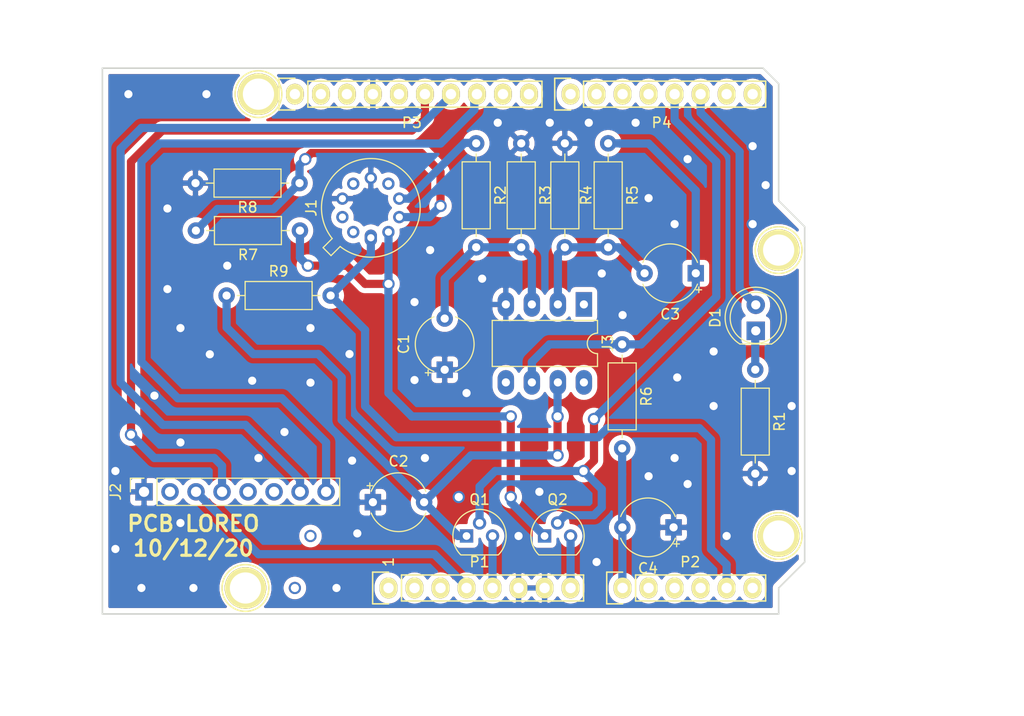
<source format=kicad_pcb>
(kicad_pcb (version 20171130) (host pcbnew "(5.1.4)-1")
  (title_block (date "lun. 30 mars 2015"))
  (layers (0 F.Cu signal) (31 B.Cu signal) (35 F.Paste user) (37 F.SilkS user) (39 F.Mask user) (44 Edge.Cuts user))
  (net 0 "")
  (net 1 /IOREF)
  (net 2 /Reset)
  (net 3 +5V)
  (net 4 GND)
  (net 5 /A0)
  (net 6 /A1)
  (net 7 /A2)
  (net 8 /A3)
  (net 9 /AREF)
  (net 10 "/A4(SDA)")
  (net 11 "/A5(SCL)")
  (net 12 "/9(**)")
  (net 13 /8)
  (net 14 /7)
  (net 15 "/6(**)")
  (net 16 "/5(**)")
  (net 17 /4)
  (net 18 "/1(Tx)")
  (net 19 "/0(Rx)")
  (net 20 "Net-(P5-Pad1)")
  (net 21 "Net-(P6-Pad1)")
  (net 22 "Net-(P7-Pad1)")
  (net 23 "Net-(P8-Pad1)")
  (net 24 "/13(SCK)")
  (net 25 "Net-(P1-Pad1)")
  (net 26 +3V3)
  (net 27 "Net-(C1-Pad2)")
  (net 28 "/+5V(on-off)")
  (net 29 "Net-(C3-Pad2)")
  (net 30 "Net-(C3-Pad1)")
  (net 31 "Net-(D1-Pad1)")
  (net 32 "/Vin=20V(on-off)")
  (net 33 "Net-(J1-Pad3)")
  (net 34 "Net-(J1-Pad4)")
  (net 35 "Net-(J1-Pad5)")
  (net 36 "Net-(J1-Pad7)")
  (net 37 "Net-(J1-Pad9)")
  (net 38 "Net-(J1-Pad10)")
  (net 39 "Net-(J2-Pad2)")
  (net 40 "Net-(J2-Pad5)")
  (net 41 "Net-(J2-Pad6)")
  (net 42 "Net-(J3-Pad1)")
  (net 43 "Net-(J3-Pad5)")
  (net 44 "Net-(J3-Pad8)")
  (net 45 /Vin=20V)
  (net 46 "Net-(P3-Pad1)")
  (net 47 "Net-(P3-Pad2)")
  (net 48 /Pin_LED_ON)
  (net 49 "/RST(LoRa)")
  (net 50 "/Rx(LoRa)")
  (net 51 "/Tx(LoRa)")
  (net 52 /Pin_Sensor_ON)
  (module Socket_Arduino_Uno:Socket_Strip_Arduino_1x08 (layer F.Cu) (at 138.938 123.825)
    (fp_text reference P1 (at 8.89 -2.54) (layer F.SilkS))
    (fp_text value Power)
    (fp_line (start 1.27 1.27) (end 19.05 1.27) (layer F.SilkS) (width 0.15))
    (fp_line (start 19.05 1.27) (end 19.05 -1.27) (layer F.SilkS) (width 0.15))
    (fp_line (start 19.05 -1.27) (end 1.27 -1.27) (layer F.SilkS) (width 0.15))
    (fp_line (start -1.55 1.55) (end 0 1.55) (layer F.SilkS) (width 0.15))
    (fp_line (start 1.27 1.27) (end 1.27 -1.27) (layer F.SilkS) (width 0.15))
    (fp_line (start 0 -1.55) (end -1.55 -1.55) (layer F.SilkS) (width 0.15))
    (fp_line (start -1.55 -1.55) (end -1.55 1.55) (layer F.SilkS) (width 0.15))
    (pad 1 thru_hole oval (at 0 0) (size 1.7272 2.032) (drill 1.016) (layers *.Cu *.Mask F.SilkS) (net 25 "Net-(P1-Pad1)"))
    (pad 2 thru_hole oval (at 2.54 0) (size 1.7272 2.032) (drill 1.016) (layers *.Cu *.Mask F.SilkS) (net 1 /IOREF))
    (pad 3 thru_hole oval (at 5.08 0) (size 1.7272 2.032) (drill 1.016) (layers *.Cu *.Mask F.SilkS) (net 2 /Reset))
    (pad 4 thru_hole oval (at 7.62 0) (size 1.7272 2.032) (drill 1.016) (layers *.Cu *.Mask F.SilkS) (net 26 +3V3))
    (pad 5 thru_hole oval (at 10.16 0) (size 1.7272 2.032) (drill 1.016) (layers *.Cu *.Mask F.SilkS) (net 3 +5V))
    (pad 6 thru_hole oval (at 12.7 0) (size 1.7272 2.032) (drill 1.016) (layers *.Cu *.Mask F.SilkS) (net 4 GND))
    (pad 7 thru_hole oval (at 15.24 0) (size 1.7272 2.032) (drill 1.016) (layers *.Cu *.Mask F.SilkS) (net 4 GND))
    (pad 8 thru_hole oval (at 17.78 0) (size 1.7272 2.032) (drill 1.016) (layers *.Cu *.Mask F.SilkS) (net 45 /Vin=20V))
  )
  (module Socket_Arduino_Uno:Socket_Strip_Arduino_1x06 (layer F.Cu) (at 161.798 123.825)
    (fp_text reference P2 (at 6.604 -2.54) (layer F.SilkS))
    (fp_text value Analog)
    (fp_line (start 1.27 1.27) (end 13.97 1.27) (layer F.SilkS) (width 0.15))
    (fp_line (start 13.97 1.27) (end 13.97 -1.27) (layer F.SilkS) (width 0.15))
    (fp_line (start 13.97 -1.27) (end 1.27 -1.27) (layer F.SilkS) (width 0.15))
    (fp_line (start -1.55 1.55) (end 0 1.55) (layer F.SilkS) (width 0.15))
    (fp_line (start 1.27 1.27) (end 1.27 -1.27) (layer F.SilkS) (width 0.15))
    (fp_line (start 0 -1.55) (end -1.55 -1.55) (layer F.SilkS) (width 0.15))
    (fp_line (start -1.55 -1.55) (end -1.55 1.55) (layer F.SilkS) (width 0.15))
    (pad 1 thru_hole oval (at 0 0) (size 1.7272 2.032) (drill 1.016) (layers *.Cu *.Mask F.SilkS) (net 5 /A0))
    (pad 2 thru_hole oval (at 2.54 0) (size 1.7272 2.032) (drill 1.016) (layers *.Cu *.Mask F.SilkS) (net 6 /A1))
    (pad 3 thru_hole oval (at 5.08 0) (size 1.7272 2.032) (drill 1.016) (layers *.Cu *.Mask F.SilkS) (net 7 /A2))
    (pad 4 thru_hole oval (at 7.62 0) (size 1.7272 2.032) (drill 1.016) (layers *.Cu *.Mask F.SilkS) (net 8 /A3))
    (pad 5 thru_hole oval (at 10.16 0) (size 1.7272 2.032) (drill 1.016) (layers *.Cu *.Mask F.SilkS) (net 10 "/A4(SDA)"))
    (pad 6 thru_hole oval (at 12.7 0) (size 1.7272 2.032) (drill 1.016) (layers *.Cu *.Mask F.SilkS) (net 11 "/A5(SCL)"))
  )
  (module Socket_Arduino_Uno:Socket_Strip_Arduino_1x10 (layer F.Cu) (at 129.794 75.565)
    (fp_text reference P3 (at 11.43 2.794) (layer F.SilkS))
    (fp_text value Digital)
    (fp_line (start 1.27 1.27) (end 24.13 1.27) (layer F.SilkS) (width 0.15))
    (fp_line (start 24.13 1.27) (end 24.13 -1.27) (layer F.SilkS) (width 0.15))
    (fp_line (start 24.13 -1.27) (end 1.27 -1.27) (layer F.SilkS) (width 0.15))
    (fp_line (start -1.55 1.55) (end 0 1.55) (layer F.SilkS) (width 0.15))
    (fp_line (start 1.27 1.27) (end 1.27 -1.27) (layer F.SilkS) (width 0.15))
    (fp_line (start 0 -1.55) (end -1.55 -1.55) (layer F.SilkS) (width 0.15))
    (fp_line (start -1.55 -1.55) (end -1.55 1.55) (layer F.SilkS) (width 0.15))
    (pad 1 thru_hole oval (at 0 0) (size 1.7272 2.032) (drill 1.016) (layers *.Cu *.Mask F.SilkS) (net 46 "Net-(P3-Pad1)"))
    (pad 2 thru_hole oval (at 2.54 0) (size 1.7272 2.032) (drill 1.016) (layers *.Cu *.Mask F.SilkS) (net 47 "Net-(P3-Pad2)"))
    (pad 3 thru_hole oval (at 5.08 0) (size 1.7272 2.032) (drill 1.016) (layers *.Cu *.Mask F.SilkS) (net 9 /AREF))
    (pad 4 thru_hole oval (at 7.62 0) (size 1.7272 2.032) (drill 1.016) (layers *.Cu *.Mask F.SilkS) (net 4 GND))
    (pad 5 thru_hole oval (at 10.16 0) (size 1.7272 2.032) (drill 1.016) (layers *.Cu *.Mask F.SilkS) (net 24 "/13(SCK)"))
    (pad 6 thru_hole oval (at 12.7 0) (size 1.7272 2.032) (drill 1.016) (layers *.Cu *.Mask F.SilkS) (net 49 "/RST(LoRa)"))
    (pad 7 thru_hole oval (at 15.24 0) (size 1.7272 2.032) (drill 1.016) (layers *.Cu *.Mask F.SilkS) (net 50 "/Rx(LoRa)"))
    (pad 8 thru_hole oval (at 17.78 0) (size 1.7272 2.032) (drill 1.016) (layers *.Cu *.Mask F.SilkS) (net 51 "/Tx(LoRa)"))
    (pad 9 thru_hole oval (at 20.32 0) (size 1.7272 2.032) (drill 1.016) (layers *.Cu *.Mask F.SilkS) (net 12 "/9(**)"))
    (pad 10 thru_hole oval (at 22.86 0) (size 1.7272 2.032) (drill 1.016) (layers *.Cu *.Mask F.SilkS) (net 13 /8))
  )
  (module Socket_Arduino_Uno:Socket_Strip_Arduino_1x08 (layer F.Cu) (at 156.718 75.565)
    (fp_text reference P4 (at 8.89 2.794) (layer F.SilkS))
    (fp_text value Digital)
    (fp_line (start 1.27 1.27) (end 19.05 1.27) (layer F.SilkS) (width 0.15))
    (fp_line (start 19.05 1.27) (end 19.05 -1.27) (layer F.SilkS) (width 0.15))
    (fp_line (start 19.05 -1.27) (end 1.27 -1.27) (layer F.SilkS) (width 0.15))
    (fp_line (start -1.55 1.55) (end 0 1.55) (layer F.SilkS) (width 0.15))
    (fp_line (start 1.27 1.27) (end 1.27 -1.27) (layer F.SilkS) (width 0.15))
    (fp_line (start 0 -1.55) (end -1.55 -1.55) (layer F.SilkS) (width 0.15))
    (fp_line (start -1.55 -1.55) (end -1.55 1.55) (layer F.SilkS) (width 0.15))
    (pad 1 thru_hole oval (at 0 0) (size 1.7272 2.032) (drill 1.016) (layers *.Cu *.Mask F.SilkS) (net 14 /7))
    (pad 2 thru_hole oval (at 2.54 0) (size 1.7272 2.032) (drill 1.016) (layers *.Cu *.Mask F.SilkS) (net 15 "/6(**)"))
    (pad 3 thru_hole oval (at 5.08 0) (size 1.7272 2.032) (drill 1.016) (layers *.Cu *.Mask F.SilkS) (net 16 "/5(**)"))
    (pad 4 thru_hole oval (at 7.62 0) (size 1.7272 2.032) (drill 1.016) (layers *.Cu *.Mask F.SilkS) (net 17 /4))
    (pad 5 thru_hole oval (at 10.16 0) (size 1.7272 2.032) (drill 1.016) (layers *.Cu *.Mask F.SilkS) (net 52 /Pin_Sensor_ON))
    (pad 6 thru_hole oval (at 12.7 0) (size 1.7272 2.032) (drill 1.016) (layers *.Cu *.Mask F.SilkS) (net 48 /Pin_LED_ON))
    (pad 7 thru_hole oval (at 15.24 0) (size 1.7272 2.032) (drill 1.016) (layers *.Cu *.Mask F.SilkS) (net 18 "/1(Tx)"))
    (pad 8 thru_hole oval (at 17.78 0) (size 1.7272 2.032) (drill 1.016) (layers *.Cu *.Mask F.SilkS) (net 19 "/0(Rx)"))
  )
  (module Socket_Arduino_Uno:Arduino_1pin (layer F.Cu) (at 124.968 123.825)
    (fp_text reference P5 hide)
    (fp_text value CONN_01X01 hide)
    (fp_circle (center 0 0) (end 0 -2.286) (layer F.SilkS) (width 0.15))
    (pad 1 thru_hole circle (at 0 0) (size 4.064 4.064) (drill 3.048) (layers *.Cu *.Mask F.SilkS) (net 20 "Net-(P5-Pad1)"))
  )
  (module Socket_Arduino_Uno:Arduino_1pin (layer F.Cu) (at 177.038 118.745)
    (fp_text reference P6 hide)
    (fp_text value CONN_01X01 hide)
    (fp_circle (center 0 0) (end 0 -2.286) (layer F.SilkS) (width 0.15))
    (pad 1 thru_hole circle (at 0 0) (size 4.064 4.064) (drill 3.048) (layers *.Cu *.Mask F.SilkS) (net 21 "Net-(P6-Pad1)"))
  )
  (module Socket_Arduino_Uno:Arduino_1pin (layer F.Cu) (at 126.238 75.565)
    (fp_text reference P7 hide)
    (fp_text value CONN_01X01 hide)
    (fp_circle (center 0 0) (end 0 -2.286) (layer F.SilkS) (width 0.15))
    (pad 1 thru_hole circle (at 0 0) (size 4.064 4.064) (drill 3.048) (layers *.Cu *.Mask F.SilkS) (net 22 "Net-(P7-Pad1)"))
  )
  (module Socket_Arduino_Uno:Arduino_1pin (layer F.Cu) (at 177.038 90.805)
    (fp_text reference P8 hide)
    (fp_text value CONN_01X01 hide)
    (fp_circle (center 0 0) (end 0 -2.286) (layer F.SilkS) (width 0.15))
    (pad 1 thru_hole circle (at 0 0) (size 4.064 4.064) (drill 3.048) (layers *.Cu *.Mask F.SilkS) (net 23 "Net-(P8-Pad1)"))
  )
  (module LED_THT:LED_D5.0mm (layer F.Cu) (at 174.8028 98.69424 90)
    (fp_text reference D1 (at 1.27 -3.96 90) (layer F.SilkS))
    (fp_text value LED)
    (fp_arc (start 1.27 0) (end -1.29 -1.54483) (angle 148.9) (layer F.SilkS) (width 0.12))
    (fp_arc (start 1.27 0) (end -1.29 1.54483) (angle -148.9) (layer F.SilkS) (width 0.12))
    (fp_circle (center 1.27 0) (end 3.77 0) (layer F.SilkS) (width 0.12))
    (fp_line (start -1.29 -1.545) (end -1.29 1.545) (layer F.SilkS) (width 0.12))
    (pad 1 thru_hole rect (at 0 0 90) (size 1.8 1.8) (drill 0.9) (layers *.Cu *.Mask) (net 31 "Net-(D1-Pad1)"))
    (pad 2 thru_hole circle (at 2.54 0 90) (size 1.8 1.8) (drill 0.9) (layers *.Cu *.Mask) (net 48 /Pin_LED_ON))
  )
  (module Gas_sensor_footprint:Package_TO-5-10_Window (layer F.Cu) (at 137.21334 89.5985 90)
    (fp_text reference J1 (at 2.92 -5.82 90) (layer F.SilkS))
    (fp_text value Gas_sensor_AIME)
    (fp_line (start -0.077084 -3.774902) (end -0.968039 -4.665856) (layer F.SilkS) (width 0.12))
    (fp_line (start -0.968039 -4.665856) (end -1.745856 -3.888039) (layer F.SilkS) (width 0.12))
    (fp_line (start -1.745856 -3.888039) (end -0.854902 -2.997084) (layer F.SilkS) (width 0.12))
    (fp_arc (start 2.92 0) (end -0.077084 -3.774902) (angle 346.9) (layer F.SilkS) (width 0.12))
    (pad 1 thru_hole oval (at 0 0 90) (size 1.6 1.2) (drill 0.7) (layers *.Cu *.Mask) (net 10 "/A4(SDA)"))
    (pad 2 thru_hole oval (at 0.55767 1.716333 90) (size 1.2 1.2) (drill 0.7) (layers *.Cu *.Mask) (net 32 "/Vin=20V(on-off)"))
    (pad 3 thru_hole oval (at 2.01767 2.777085 90) (size 1.2 1.2) (drill 0.7) (layers *.Cu *.Mask) (net 33 "Net-(J1-Pad3)"))
    (pad 4 thru_hole oval (at 3.82233 2.777085 90) (size 1.2 1.2) (drill 0.7) (layers *.Cu *.Mask) (net 34 "Net-(J1-Pad4)"))
    (pad 5 thru_hole oval (at 5.28233 1.716333 90) (size 1.2 1.2) (drill 0.7) (layers *.Cu *.Mask) (net 35 "Net-(J1-Pad5)"))
    (pad 6 thru_hole oval (at 5.84 0 90) (size 1.2 1.2) (drill 0.7) (layers *.Cu *.Mask) (net 4 GND))
    (pad 7 thru_hole oval (at 5.28233 -1.716333 90) (size 1.2 1.2) (drill 0.7) (layers *.Cu *.Mask) (net 36 "Net-(J1-Pad7)"))
    (pad 8 thru_hole oval (at 3.82233 -2.777085 90) (size 1.2 1.2) (drill 0.7) (layers *.Cu *.Mask) (net 4 GND))
    (pad 9 thru_hole oval (at 2.01767 -2.777085 90) (size 1.2 1.2) (drill 0.7) (layers *.Cu *.Mask) (net 37 "Net-(J1-Pad9)"))
    (pad 10 thru_hole oval (at 0.55767 -1.716333 90) (size 1.2 1.2) (drill 0.7) (layers *.Cu *.Mask) (net 38 "Net-(J1-Pad10)"))
  )
  (module Connector_PinSocket_2.54mm:PinSocket_1x08_P2.54mm_Vertical (layer F.Cu) (at 115.062 114.427 90)
    (fp_text reference J2 (at 0 -2.77 90) (layer F.SilkS))
    (fp_text value Conn_01x08)
    (fp_line (start -1.33 1.27) (end 1.33 1.27) (layer F.SilkS) (width 0.12))
    (fp_line (start -1.33 1.27) (end -1.33 19.11) (layer F.SilkS) (width 0.12))
    (fp_line (start -1.33 19.11) (end 1.33 19.11) (layer F.SilkS) (width 0.12))
    (fp_line (start 1.33 1.27) (end 1.33 19.11) (layer F.SilkS) (width 0.12))
    (fp_line (start 1.33 -1.33) (end 1.33 0) (layer F.SilkS) (width 0.12))
    (fp_line (start 0 -1.33) (end 1.33 -1.33) (layer F.SilkS) (width 0.12))
    (pad 1 thru_hole rect (at 0 0 90) (size 1.7 1.7) (drill 1) (layers *.Cu *.Mask) (net 4 GND))
    (pad 2 thru_hole oval (at 0 2.54 90) (size 1.7 1.7) (drill 1) (layers *.Cu *.Mask) (net 39 "Net-(J2-Pad2)"))
    (pad 3 thru_hole oval (at 0 5.08 90) (size 1.7 1.7) (drill 1) (layers *.Cu *.Mask) (net 26 +3V3))
    (pad 4 thru_hole oval (at 0 7.62 90) (size 1.7 1.7) (drill 1) (layers *.Cu *.Mask) (net 49 "/RST(LoRa)"))
    (pad 5 thru_hole oval (at 0 10.16 90) (size 1.7 1.7) (drill 1) (layers *.Cu *.Mask) (net 40 "Net-(J2-Pad5)"))
    (pad 6 thru_hole oval (at 0 12.7 90) (size 1.7 1.7) (drill 1) (layers *.Cu *.Mask) (net 41 "Net-(J2-Pad6)"))
    (pad 7 thru_hole oval (at 0 15.24 90) (size 1.7 1.7) (drill 1) (layers *.Cu *.Mask) (net 50 "/Rx(LoRa)"))
    (pad 8 thru_hole oval (at 0 17.78 90) (size 1.7 1.7) (drill 1) (layers *.Cu *.Mask) (net 51 "/Tx(LoRa)"))
  )
  (module LTC1050:Package_DIP-8_W7.62mm_LongPads (layer F.Cu) (at 158.01848 96.1136 270)
    (fp_text reference J3 (at 3.81 -2.33 90) (layer F.SilkS))
    (fp_text value LTC1050)
    (fp_arc (start 3.81 -1.33) (end 2.81 -1.33) (angle -180) (layer F.SilkS) (width 0.12))
    (fp_line (start 2.81 -1.33) (end 1.56 -1.33) (layer F.SilkS) (width 0.12))
    (fp_line (start 1.56 -1.33) (end 1.56 8.95) (layer F.SilkS) (width 0.12))
    (fp_line (start 1.56 8.95) (end 6.06 8.95) (layer F.SilkS) (width 0.12))
    (fp_line (start 6.06 8.95) (end 6.06 -1.33) (layer F.SilkS) (width 0.12))
    (fp_line (start 6.06 -1.33) (end 4.81 -1.33) (layer F.SilkS) (width 0.12))
    (pad 1 thru_hole rect (at 0 0 270) (size 2.4 1.6) (drill 0.8) (layers *.Cu *.Mask) (net 42 "Net-(J3-Pad1)"))
    (pad 5 thru_hole oval (at 7.62 7.62 270) (size 2.4 1.6) (drill 0.8) (layers *.Cu *.Mask) (net 43 "Net-(J3-Pad5)"))
    (pad 2 thru_hole oval (at 0 2.54 270) (size 2.4 1.6) (drill 0.8) (layers *.Cu *.Mask) (net 29 "Net-(C3-Pad2)"))
    (pad 6 thru_hole oval (at 7.62 5.08 270) (size 2.4 1.6) (drill 0.8) (layers *.Cu *.Mask) (net 30 "Net-(C3-Pad1)"))
    (pad 3 thru_hole oval (at 0 5.08 270) (size 2.4 1.6) (drill 0.8) (layers *.Cu *.Mask) (net 27 "Net-(C1-Pad2)"))
    (pad 7 thru_hole oval (at 7.62 2.54 270) (size 2.4 1.6) (drill 0.8) (layers *.Cu *.Mask) (net 28 "/+5V(on-off)"))
    (pad 4 thru_hole oval (at 0 7.62 270) (size 2.4 1.6) (drill 0.8) (layers *.Cu *.Mask) (net 4 GND))
    (pad 8 thru_hole oval (at 7.62 0 270) (size 2.4 1.6) (drill 0.8) (layers *.Cu *.Mask) (net 44 "Net-(J3-Pad8)"))
  )
  (module P2N2222A:Package_TO-92 (layer F.Cu) (at 146.558 118.745)
    (fp_text reference Q1 (at 1.27 -3.56) (layer F.SilkS))
    (fp_text value P2N2222A)
    (fp_arc (start 1.27 0) (end 1.27 -2.6) (angle 135) (layer F.SilkS) (width 0.12))
    (fp_arc (start 1.27 0) (end 1.27 -2.6) (angle -135) (layer F.SilkS) (width 0.12))
    (fp_line (start -0.53 1.85) (end 3.07 1.85) (layer F.SilkS) (width 0.12))
    (pad 1 thru_hole rect (at 0 0) (size 1.3 1.3) (drill 0.75) (layers *.Cu *.Mask) (net 28 "/+5V(on-off)"))
    (pad 3 thru_hole circle (at 2.54 0) (size 1.3 1.3) (drill 0.75) (layers *.Cu *.Mask) (net 3 +5V))
    (pad 2 thru_hole circle (at 1.27 -1.27) (size 1.3 1.3) (drill 0.75) (layers *.Cu *.Mask) (net 52 /Pin_Sensor_ON))
  )
  (module P2N2222A:Package_TO-92 (layer F.Cu) (at 154.178 118.745)
    (fp_text reference Q2 (at 1.27 -3.56) (layer F.SilkS))
    (fp_text value P2N2222A)
    (fp_line (start -0.53 1.85) (end 3.07 1.85) (layer F.SilkS) (width 0.12))
    (fp_arc (start 1.27 0) (end 1.27 -2.6) (angle -135) (layer F.SilkS) (width 0.12))
    (fp_arc (start 1.27 0) (end 1.27 -2.6) (angle 135) (layer F.SilkS) (width 0.12))
    (pad 2 thru_hole circle (at 1.27 -1.27) (size 1.3 1.3) (drill 0.75) (layers *.Cu *.Mask) (net 52 /Pin_Sensor_ON))
    (pad 3 thru_hole circle (at 2.54 0) (size 1.3 1.3) (drill 0.75) (layers *.Cu *.Mask) (net 45 /Vin=20V))
    (pad 1 thru_hole rect (at 0 0) (size 1.3 1.3) (drill 0.75) (layers *.Cu *.Mask) (net 32 "/Vin=20V(on-off)"))
  )
  (module Capacitor_THT:CP_Radial_Tantal_D5.5mm_P5.00mm (layer F.Cu) (at 144.4244 102.49662 90)
    (fp_text reference C1 (at 2.5 -4 90) (layer F.SilkS))
    (fp_text value 100n)
    (fp_arc (start 2.5 0) (end -0.167077 -1.06) (angle 136.650411) (layer F.SilkS) (width 0.12))
    (fp_arc (start 2.5 0) (end -0.167077 1.06) (angle -136.650411) (layer F.SilkS) (width 0.12))
    (fp_line (start -0.572262 -1.615) (end -0.022262 -1.615) (layer F.SilkS) (width 0.12))
    (fp_line (start -0.297262 -1.89) (end -0.297262 -1.34) (layer F.SilkS) (width 0.12))
    (pad 1 thru_hole rect (at 0 0 90) (size 1.6 1.6) (drill 0.8) (layers *.Cu *.Mask) (net 4 GND))
    (pad 2 thru_hole circle (at 5 0 90) (size 1.6 1.6) (drill 0.8) (layers *.Cu *.Mask) (net 27 "Net-(C1-Pad2)"))
  )
  (module Capacitor_THT:CP_Radial_Tantal_D5.5mm_P5.00mm (layer F.Cu) (at 137.414 115.443)
    (fp_text reference C2 (at 2.5 -4) (layer F.SilkS))
    (fp_text value 100n)
    (fp_line (start -0.297262 -1.89) (end -0.297262 -1.34) (layer F.SilkS) (width 0.12))
    (fp_line (start -0.572262 -1.615) (end -0.022262 -1.615) (layer F.SilkS) (width 0.12))
    (fp_arc (start 2.5 0) (end -0.167077 1.06) (angle -136.650411) (layer F.SilkS) (width 0.12))
    (fp_arc (start 2.5 0) (end -0.167077 -1.06) (angle 136.650411) (layer F.SilkS) (width 0.12))
    (pad 2 thru_hole circle (at 5 0) (size 1.6 1.6) (drill 0.8) (layers *.Cu *.Mask) (net 28 "/+5V(on-off)"))
    (pad 1 thru_hole rect (at 0 0) (size 1.6 1.6) (drill 0.8) (layers *.Cu *.Mask) (net 4 GND))
  )
  (module Capacitor_THT:CP_Radial_Tantal_D5.5mm_P5.00mm (layer F.Cu) (at 168.94556 93.07068 180)
    (fp_text reference C3 (at 2.5 -4) (layer F.SilkS))
    (fp_text value 1u)
    (fp_line (start -0.297262 -1.89) (end -0.297262 -1.34) (layer F.SilkS) (width 0.12))
    (fp_line (start -0.572262 -1.615) (end -0.022262 -1.615) (layer F.SilkS) (width 0.12))
    (fp_arc (start 2.5 0) (end -0.167077 1.06) (angle -136.650411) (layer F.SilkS) (width 0.12))
    (fp_arc (start 2.5 0) (end -0.167077 -1.06) (angle 136.650411) (layer F.SilkS) (width 0.12))
    (pad 2 thru_hole circle (at 5 0 180) (size 1.6 1.6) (drill 0.8) (layers *.Cu *.Mask) (net 29 "Net-(C3-Pad2)"))
    (pad 1 thru_hole rect (at 0 0 180) (size 1.6 1.6) (drill 0.8) (layers *.Cu *.Mask) (net 30 "Net-(C3-Pad1)"))
  )
  (module Capacitor_THT:CP_Radial_Tantal_D5.5mm_P5.00mm (layer F.Cu) (at 166.7764 117.90172 180)
    (fp_text reference C4 (at 2.5 -4) (layer F.SilkS))
    (fp_text value 100n)
    (fp_arc (start 2.5 0) (end -0.167077 -1.06) (angle 136.650411) (layer F.SilkS) (width 0.12))
    (fp_arc (start 2.5 0) (end -0.167077 1.06) (angle -136.650411) (layer F.SilkS) (width 0.12))
    (fp_line (start -0.572262 -1.615) (end -0.022262 -1.615) (layer F.SilkS) (width 0.12))
    (fp_line (start -0.297262 -1.89) (end -0.297262 -1.34) (layer F.SilkS) (width 0.12))
    (pad 1 thru_hole rect (at 0 0 180) (size 1.6 1.6) (drill 0.8) (layers *.Cu *.Mask) (net 4 GND))
    (pad 2 thru_hole circle (at 5 0 180) (size 1.6 1.6) (drill 0.8) (layers *.Cu *.Mask) (net 5 /A0))
  )
  (module Resistor_THT:R_Axial_DIN0207_L6.3mm_D2.5mm_P10.16mm_Horizontal (layer F.Cu) (at 174.752 102.489 270)
    (fp_text reference R1 (at 5.08 -2.37 90) (layer F.SilkS))
    (fp_text value 330)
    (fp_line (start 1.81 -1.37) (end 1.81 1.37) (layer F.SilkS) (width 0.12))
    (fp_line (start 1.81 1.37) (end 8.35 1.37) (layer F.SilkS) (width 0.12))
    (fp_line (start 8.35 1.37) (end 8.35 -1.37) (layer F.SilkS) (width 0.12))
    (fp_line (start 8.35 -1.37) (end 1.81 -1.37) (layer F.SilkS) (width 0.12))
    (fp_line (start 1.04 0) (end 1.81 0) (layer F.SilkS) (width 0.12))
    (fp_line (start 9.12 0) (end 8.35 0) (layer F.SilkS) (width 0.12))
    (pad 1 thru_hole circle (at 0 0 270) (size 1.6 1.6) (drill 0.8) (layers *.Cu *.Mask) (net 31 "Net-(D1-Pad1)"))
    (pad 2 thru_hole oval (at 10.16 0 270) (size 1.6 1.6) (drill 0.8) (layers *.Cu *.Mask) (net 4 GND))
  )
  (module Resistor_THT:R_Axial_DIN0207_L6.3mm_D2.5mm_P10.16mm_Horizontal (layer F.Cu) (at 147.50034 80.37178 270)
    (fp_text reference R2 (at 5.08 -2.37 90) (layer F.SilkS))
    (fp_text value 10k)
    (fp_line (start 1.81 -1.37) (end 1.81 1.37) (layer F.SilkS) (width 0.12))
    (fp_line (start 1.81 1.37) (end 8.35 1.37) (layer F.SilkS) (width 0.12))
    (fp_line (start 8.35 1.37) (end 8.35 -1.37) (layer F.SilkS) (width 0.12))
    (fp_line (start 8.35 -1.37) (end 1.81 -1.37) (layer F.SilkS) (width 0.12))
    (fp_line (start 1.04 0) (end 1.81 0) (layer F.SilkS) (width 0.12))
    (fp_line (start 9.12 0) (end 8.35 0) (layer F.SilkS) (width 0.12))
    (pad 1 thru_hole circle (at 0 0 270) (size 1.6 1.6) (drill 0.8) (layers *.Cu *.Mask) (net 34 "Net-(J1-Pad4)"))
    (pad 2 thru_hole oval (at 10.16 0 270) (size 1.6 1.6) (drill 0.8) (layers *.Cu *.Mask) (net 27 "Net-(C1-Pad2)"))
  )
  (module Resistor_THT:R_Axial_DIN0207_L6.3mm_D2.5mm_P10.16mm_Horizontal (layer F.Cu) (at 151.89962 80.37178 270)
    (fp_text reference R3 (at 5.08 -2.37 90) (layer F.SilkS))
    (fp_text value 100k)
    (fp_line (start 1.81 -1.37) (end 1.81 1.37) (layer F.SilkS) (width 0.12))
    (fp_line (start 1.81 1.37) (end 8.35 1.37) (layer F.SilkS) (width 0.12))
    (fp_line (start 8.35 1.37) (end 8.35 -1.37) (layer F.SilkS) (width 0.12))
    (fp_line (start 8.35 -1.37) (end 1.81 -1.37) (layer F.SilkS) (width 0.12))
    (fp_line (start 1.04 0) (end 1.81 0) (layer F.SilkS) (width 0.12))
    (fp_line (start 9.12 0) (end 8.35 0) (layer F.SilkS) (width 0.12))
    (pad 1 thru_hole circle (at 0 0 270) (size 1.6 1.6) (drill 0.8) (layers *.Cu *.Mask) (net 4 GND))
    (pad 2 thru_hole oval (at 10.16 0 270) (size 1.6 1.6) (drill 0.8) (layers *.Cu *.Mask) (net 27 "Net-(C1-Pad2)"))
  )
  (module Resistor_THT:R_Axial_DIN0207_L6.3mm_D2.5mm_P10.16mm_Horizontal (layer F.Cu) (at 156.1592 90.53178 90)
    (fp_text reference R4 (at 5.08 2.0828 90) (layer F.SilkS))
    (fp_text value 1k)
    (fp_line (start 9.12 0) (end 8.35 0) (layer F.SilkS) (width 0.12))
    (fp_line (start 1.04 0) (end 1.81 0) (layer F.SilkS) (width 0.12))
    (fp_line (start 8.35 -1.37) (end 1.81 -1.37) (layer F.SilkS) (width 0.12))
    (fp_line (start 8.35 1.37) (end 8.35 -1.37) (layer F.SilkS) (width 0.12))
    (fp_line (start 1.81 1.37) (end 8.35 1.37) (layer F.SilkS) (width 0.12))
    (fp_line (start 1.81 -1.37) (end 1.81 1.37) (layer F.SilkS) (width 0.12))
    (pad 2 thru_hole oval (at 10.16 0 90) (size 1.6 1.6) (drill 0.8) (layers *.Cu *.Mask) (net 4 GND))
    (pad 1 thru_hole circle (at 0 0 90) (size 1.6 1.6) (drill 0.8) (layers *.Cu *.Mask) (net 29 "Net-(C3-Pad2)"))
  )
  (module Resistor_THT:R_Axial_DIN0207_L6.3mm_D2.5mm_P10.16mm_Horizontal (layer F.Cu) (at 160.39084 80.37178 270)
    (fp_text reference R5 (at 5.08 -2.37 90) (layer F.SilkS))
    (fp_text value 100k)
    (fp_line (start 9.12 0) (end 8.35 0) (layer F.SilkS) (width 0.12))
    (fp_line (start 1.04 0) (end 1.81 0) (layer F.SilkS) (width 0.12))
    (fp_line (start 8.35 -1.37) (end 1.81 -1.37) (layer F.SilkS) (width 0.12))
    (fp_line (start 8.35 1.37) (end 8.35 -1.37) (layer F.SilkS) (width 0.12))
    (fp_line (start 1.81 1.37) (end 8.35 1.37) (layer F.SilkS) (width 0.12))
    (fp_line (start 1.81 -1.37) (end 1.81 1.37) (layer F.SilkS) (width 0.12))
    (pad 2 thru_hole oval (at 10.16 0 270) (size 1.6 1.6) (drill 0.8) (layers *.Cu *.Mask) (net 29 "Net-(C3-Pad2)"))
    (pad 1 thru_hole circle (at 0 0 270) (size 1.6 1.6) (drill 0.8) (layers *.Cu *.Mask) (net 30 "Net-(C3-Pad1)"))
  )
  (module Resistor_THT:R_Axial_DIN0207_L6.3mm_D2.5mm_P10.16mm_Horizontal (layer F.Cu) (at 161.75482 100.02012 270)
    (fp_text reference R6 (at 5.08 -2.37 90) (layer F.SilkS))
    (fp_text value 1k)
    (fp_line (start 1.81 -1.37) (end 1.81 1.37) (layer F.SilkS) (width 0.12))
    (fp_line (start 1.81 1.37) (end 8.35 1.37) (layer F.SilkS) (width 0.12))
    (fp_line (start 8.35 1.37) (end 8.35 -1.37) (layer F.SilkS) (width 0.12))
    (fp_line (start 8.35 -1.37) (end 1.81 -1.37) (layer F.SilkS) (width 0.12))
    (fp_line (start 1.04 0) (end 1.81 0) (layer F.SilkS) (width 0.12))
    (fp_line (start 9.12 0) (end 8.35 0) (layer F.SilkS) (width 0.12))
    (pad 1 thru_hole circle (at 0 0 270) (size 1.6 1.6) (drill 0.8) (layers *.Cu *.Mask) (net 30 "Net-(C3-Pad1)"))
    (pad 2 thru_hole oval (at 10.16 0 270) (size 1.6 1.6) (drill 0.8) (layers *.Cu *.Mask) (net 5 /A0))
  )
  (module Resistor_THT:R_Axial_DIN0207_L6.3mm_D2.5mm_P10.16mm_Horizontal (layer F.Cu) (at 130.2893 88.89746 180)
    (fp_text reference R7 (at 5.08 -2.37) (layer F.SilkS))
    (fp_text value 47)
    (fp_line (start 9.12 0) (end 8.35 0) (layer F.SilkS) (width 0.12))
    (fp_line (start 1.04 0) (end 1.81 0) (layer F.SilkS) (width 0.12))
    (fp_line (start 8.35 -1.37) (end 1.81 -1.37) (layer F.SilkS) (width 0.12))
    (fp_line (start 8.35 1.37) (end 8.35 -1.37) (layer F.SilkS) (width 0.12))
    (fp_line (start 1.81 1.37) (end 8.35 1.37) (layer F.SilkS) (width 0.12))
    (fp_line (start 1.81 -1.37) (end 1.81 1.37) (layer F.SilkS) (width 0.12))
    (pad 2 thru_hole oval (at 10.16 0 180) (size 1.6 1.6) (drill 0.8) (layers *.Cu *.Mask) (net 33 "Net-(J1-Pad3)"))
    (pad 1 thru_hole circle (at 0 0 180) (size 1.6 1.6) (drill 0.8) (layers *.Cu *.Mask) (net 32 "/Vin=20V(on-off)"))
  )
  (module Resistor_THT:R_Axial_DIN0207_L6.3mm_D2.5mm_P10.16mm_Horizontal (layer F.Cu) (at 130.24866 84.25942 180)
    (fp_text reference R8 (at 5.08 -2.37) (layer F.SilkS))
    (fp_text value 10k)
    (fp_line (start 1.81 -1.37) (end 1.81 1.37) (layer F.SilkS) (width 0.12))
    (fp_line (start 1.81 1.37) (end 8.35 1.37) (layer F.SilkS) (width 0.12))
    (fp_line (start 8.35 1.37) (end 8.35 -1.37) (layer F.SilkS) (width 0.12))
    (fp_line (start 8.35 -1.37) (end 1.81 -1.37) (layer F.SilkS) (width 0.12))
    (fp_line (start 1.04 0) (end 1.81 0) (layer F.SilkS) (width 0.12))
    (fp_line (start 9.12 0) (end 8.35 0) (layer F.SilkS) (width 0.12))
    (pad 1 thru_hole circle (at 0 0 180) (size 1.6 1.6) (drill 0.8) (layers *.Cu *.Mask) (net 33 "Net-(J1-Pad3)"))
    (pad 2 thru_hole oval (at 10.16 0 180) (size 1.6 1.6) (drill 0.8) (layers *.Cu *.Mask) (net 4 GND))
  )
  (module Resistor_THT:R_Axial_DIN0207_L6.3mm_D2.5mm_P10.16mm_Horizontal (layer F.Cu) (at 123.1265 95.24746)
    (fp_text reference R9 (at 5.08 -2.37) (layer F.SilkS))
    (fp_text value 100)
    (fp_line (start 9.12 0) (end 8.35 0) (layer F.SilkS) (width 0.12))
    (fp_line (start 1.04 0) (end 1.81 0) (layer F.SilkS) (width 0.12))
    (fp_line (start 8.35 -1.37) (end 1.81 -1.37) (layer F.SilkS) (width 0.12))
    (fp_line (start 8.35 1.37) (end 8.35 -1.37) (layer F.SilkS) (width 0.12))
    (fp_line (start 1.81 1.37) (end 8.35 1.37) (layer F.SilkS) (width 0.12))
    (fp_line (start 1.81 -1.37) (end 1.81 1.37) (layer F.SilkS) (width 0.12))
    (pad 2 thru_hole oval (at 10.16 0) (size 1.6 1.6) (drill 0.8) (layers *.Cu *.Mask) (net 10 "/A4(SDA)"))
    (pad 1 thru_hole circle (at 0 0) (size 1.6 1.6) (drill 0.8) (layers *.Cu *.Mask) (net 28 "/+5V(on-off)"))
  )
  (gr_text "PCB LOREO\n10/12/20" (at 119.888 118.745) (layer F.SilkS) (effects (font (size 1.5 1.5) (thickness 0.3))))
  (gr_text 1 (at 138.938 121.285 90) (layer F.SilkS) (effects (font (size 1 1))))
  (gr_line (start 177.038 74.549) (end 175.514 73.025) (angle 90) (layer Edge.Cuts) (width 0.15))
  (gr_line (start 177.038 85.979) (end 177.038 74.549) (angle 90) (layer Edge.Cuts) (width 0.15))
  (gr_line (start 179.578 88.519) (end 177.038 85.979) (angle 90) (layer Edge.Cuts) (width 0.15))
  (gr_line (start 179.578 121.285) (end 179.578 88.519) (angle 90) (layer Edge.Cuts) (width 0.15))
  (gr_line (start 177.038 123.825) (end 179.578 121.285) (angle 90) (layer Edge.Cuts) (width 0.15))
  (gr_line (start 177.038 126.365) (end 177.038 123.825) (angle 90) (layer Edge.Cuts) (width 0.15))
  (gr_line (start 110.998 126.365) (end 177.038 126.365) (angle 90) (layer Edge.Cuts) (width 0.15))
  (gr_line (start 110.998 73.025) (end 110.998 126.365) (angle 90) (layer Edge.Cuts) (width 0.15))
  (gr_line (start 175.514 73.025) (end 110.998 73.025) (angle 90) (layer Edge.Cuts) (width 0.15))
  (via (at 131.318 118.745) (size 1.2) (drill 0.8) (layers F.Cu B.Cu) (net 0))
  (via (at 129.794 123.825) (size 1.2) (drill 0.8) (layers F.Cu B.Cu) (net 0))
  (segment (start 149.098 123.825) (end 149.098 118.745) (width 0.8) (layer B.Cu) (net 3))
  (via (at 113.538 75.565) (size 1.2) (drill 0.8) (layers F.Cu B.Cu) (net 4))
  (via (at 121.158 75.565) (size 1.2) (drill 0.8) (layers F.Cu B.Cu) (net 4))
  (via (at 118.618 98.425) (size 1.2) (drill 0.8) (layers F.Cu B.Cu) (net 4))
  (via (at 126.238 111.125) (size 1.2) (drill 0.8) (layers F.Cu B.Cu) (net 4))
  (via (at 133.858 123.825) (size 1.2) (drill 0.8) (layers F.Cu B.Cu) (net 4))
  (via (at 166.878 111.125) (size 1.2) (drill 0.8) (layers F.Cu B.Cu) (net 4))
  (via (at 131.318 98.425) (size 1.2) (drill 0.8) (layers F.Cu B.Cu) (net 4))
  (via (at 141.478 95.885) (size 1.2) (drill 0.8) (layers F.Cu B.Cu) (net 4))
  (via (at 164.338 85.725) (size 1.2) (drill 0.8) (layers F.Cu B.Cu) (net 4))
  (via (at 166.878 88.265) (size 1.2) (drill 0.8) (layers F.Cu B.Cu) (net 4))
  (via (at 174.498 80.645) (size 1.2) (drill 0.8) (layers F.Cu B.Cu) (net 4))
  (via (at 174.498 88.265) (size 1.2) (drill 0.8) (layers F.Cu B.Cu) (net 4))
  (via (at 171.958 118.745) (size 1.2) (drill 0.8) (layers F.Cu B.Cu) (net 4))
  (via (at 141.478 103.505) (size 1.2) (drill 0.8) (layers F.Cu B.Cu) (net 4))
  (via (at 146.558 104.775) (size 1.2) (drill 0.8) (layers F.Cu B.Cu) (net 4))
  (via (at 161.798 97.155) (size 1.2) (drill 0.8) (layers F.Cu B.Cu) (net 4))
  (via (at 178.308 106.045) (size 1.2) (drill 0.8) (layers F.Cu B.Cu) (net 4))
  (via (at 178.308 112.395) (size 1.2) (drill 0.8) (layers F.Cu B.Cu) (net 4))
  (via (at 175.768 84.455) (size 1.2) (drill 0.8) (layers F.Cu B.Cu) (net 4))
  (via (at 117.348 94.615) (size 1.2) (drill 0.8) (layers F.Cu B.Cu) (net 4))
  (via (at 119.888 123.825) (size 1.2) (drill 0.8) (layers F.Cu B.Cu) (net 4))
  (via (at 114.808 123.825) (size 1.2) (drill 0.8) (layers F.Cu B.Cu) (net 4))
  (via (at 170.688 106.045) (size 1.2) (drill 0.8) (layers F.Cu B.Cu) (net 4))
  (via (at 168.148 81.915) (size 1.2) (drill 0.8) (layers F.Cu B.Cu) (net 4))
  (via (at 135.128 100.965) (size 1.2) (drill 0.8) (layers F.Cu B.Cu) (net 4))
  (via (at 151.638 118.745) (size 1.2) (drill 0.8) (layers F.Cu B.Cu) (net 4))
  (via (at 159.258 121.285) (size 1.2) (drill 0.8) (layers F.Cu B.Cu) (net 4))
  (via (at 168.148 113.665) (size 1.2) (drill 0.8) (layers F.Cu B.Cu) (net 4))
  (via (at 112.268 112.395) (size 1.2) (drill 0.8) (layers F.Cu B.Cu) (net 4))
  (via (at 112.268 120.015) (size 1.2) (drill 0.8) (layers F.Cu B.Cu) (net 4))
  (via (at 118.618 117.475) (size 1.2) (drill 0.8) (layers F.Cu B.Cu) (net 4))
  (via (at 128.778 108.585) (size 1.2) (drill 0.8) (layers F.Cu B.Cu) (net 4))
  (via (at 131.318 103.759) (size 1.2) (drill 0.8) (layers F.Cu B.Cu) (net 4))
  (via (at 118.618 109.601) (size 1.2) (drill 0.8) (layers F.Cu B.Cu) (net 4))
  (via (at 116.078 105.029) (size 1.2) (drill 0.8) (layers F.Cu B.Cu) (net 4))
  (via (at 154.686 78.359) (size 1.2) (drill 0.8) (layers F.Cu B.Cu) (net 4))
  (via (at 121.4882 100.98786) (size 1.2) (drill 0.8) (layers F.Cu B.Cu) (net 4))
  (via (at 125.62586 103.5685) (size 1.2) (drill 0.8) (layers F.Cu B.Cu) (net 4))
  (via (at 167.132 103.251) (size 1.2) (drill 0.8) (layers F.Cu B.Cu) (net 4))
  (via (at 170.688 100.711) (size 1.2) (drill 0.8) (layers F.Cu B.Cu) (net 4))
  (via (at 135.382 111.379) (size 1.2) (drill 0.8) (layers F.Cu B.Cu) (net 4))
  (via (at 148.082 93.599) (size 1.2) (drill 0.8) (layers F.Cu B.Cu) (net 4))
  (via (at 159.766 93.091) (size 1.2) (drill 0.8) (layers F.Cu B.Cu) (net 4))
  (via (at 143.002 90.805) (size 1.2) (drill 0.8) (layers F.Cu B.Cu) (net 4))
  (via (at 158.496 78.359) (size 1.2) (drill 0.8) (layers F.Cu B.Cu) (net 4))
  (via (at 163.068 78.359) (size 1.2) (drill 0.8) (layers F.Cu B.Cu) (net 4))
  (via (at 149.606 78.359) (size 1.2) (drill 0.8) (layers F.Cu B.Cu) (net 4))
  (via (at 117.348 86.741) (size 1.2) (drill 0.8) (layers F.Cu B.Cu) (net 4))
  (via (at 142.494 111.125) (size 1.2) (drill 0.8) (layers F.Cu B.Cu) (net 4))
  (via (at 153.67 114.427) (size 1.2) (drill 0.8) (layers F.Cu B.Cu) (net 4))
  (via (at 145.796 114.935) (size 1.2) (drill 0.8) (layers F.Cu B.Cu) (net 4))
  (via (at 135.89 118.491) (size 1.2) (drill 0.8) (layers F.Cu B.Cu) (net 4))
  (via (at 164.338 112.903) (size 1.2) (drill 0.8) (layers F.Cu B.Cu) (net 4))
  (via (at 123.19 92.329) (size 1.2) (drill 0.8) (layers F.Cu B.Cu) (net 4))
  (segment (start 161.75482 117.88014) (end 161.7764 117.90172) (width 0.8) (layer B.Cu) (net 5))
  (segment (start 161.75482 112.72012) (end 161.75482 117.88014) (width 0.8) (layer B.Cu) (net 5))
  (segment (start 161.7764 123.8034) (end 161.798 123.825) (width 0.8) (layer B.Cu) (net 5))
  (segment (start 161.7764 117.90172) (end 161.7764 123.8034) (width 0.8) (layer B.Cu) (net 5))
  (segment (start 161.75482 112.72012) (end 161.75482 110.18012) (width 0.8) (layer B.Cu) (net 5))
  (segment (start 137.21334 91.32062) (end 133.2865 95.24746) (width 0.8) (layer B.Cu) (net 10))
  (segment (start 137.21334 89.5985) (end 137.21334 91.32062) (width 0.8) (layer B.Cu) (net 10))
  (segment (start 171.958 121.539) (end 171.958 123.825) (width 0.8) (layer B.Cu) (net 10))
  (segment (start 169.291 108.204) (end 170.434 109.347) (width 0.8) (layer B.Cu) (net 10))
  (segment (start 170.434 109.347) (end 170.434 120.015) (width 0.8) (layer B.Cu) (net 10))
  (segment (start 133.2865 95.24746) (end 136.652 98.61296) (width 0.8) (layer B.Cu) (net 10))
  (segment (start 136.652 98.61296) (end 136.652 106.045) (width 0.8) (layer B.Cu) (net 10))
  (segment (start 136.652 106.045) (end 139.7 109.093) (width 0.8) (layer B.Cu) (net 10))
  (segment (start 170.434 120.015) (end 171.958 121.539) (width 0.8) (layer B.Cu) (net 10))
  (segment (start 139.7 109.093) (end 159.41802 109.093) (width 0.8) (layer B.Cu) (net 10))
  (segment (start 159.41802 109.093) (end 160.30702 108.204) (width 0.8) (layer B.Cu) (net 10))
  (segment (start 160.30702 108.204) (end 169.291 108.204) (width 0.8) (layer B.Cu) (net 10))
  (segment (start 164.338 75.7174) (end 164.338 75.565) (width 0.8) (layer F.Cu) (net 17))
  (segment (start 126.238 120.523) (end 120.142 114.427) (width 0.8) (layer B.Cu) (net 26))
  (segment (start 143.4084 120.523) (end 126.238 120.523) (width 0.8) (layer B.Cu) (net 26))
  (segment (start 146.558 123.825) (end 146.558 123.6726) (width 0.8) (layer B.Cu) (net 26))
  (segment (start 146.558 123.6726) (end 143.4084 120.523) (width 0.8) (layer B.Cu) (net 26))
  (segment (start 144.4244 93.60772) (end 147.50034 90.53178) (width 0.8) (layer B.Cu) (net 27))
  (segment (start 144.4244 97.49662) (end 144.4244 93.60772) (width 0.8) (layer B.Cu) (net 27))
  (segment (start 147.50034 90.53178) (end 151.89962 90.53178) (width 0.8) (layer B.Cu) (net 27))
  (segment (start 152.93848 91.57064) (end 151.89962 90.53178) (width 0.8) (layer B.Cu) (net 27))
  (segment (start 152.93848 96.1136) (end 152.93848 91.57064) (width 0.8) (layer B.Cu) (net 27))
  (segment (start 134.366 107.395) (end 134.366 103.251) (width 0.8) (layer B.Cu) (net 28))
  (segment (start 142.414 115.443) (end 134.366 107.395) (width 0.8) (layer B.Cu) (net 28))
  (segment (start 134.366 103.251) (end 132.08 100.965) (width 0.8) (layer B.Cu) (net 28))
  (segment (start 125.731998 100.965) (end 132.08 100.965) (width 0.8) (layer B.Cu) (net 28))
  (segment (start 123.1265 98.359502) (end 125.731998 100.965) (width 0.8) (layer B.Cu) (net 28))
  (segment (start 123.1265 95.24746) (end 123.1265 98.359502) (width 0.8) (layer B.Cu) (net 28))
  (segment (start 145.716 118.745) (end 142.414 115.443) (width 0.8) (layer B.Cu) (net 28))
  (segment (start 146.558 118.745) (end 145.716 118.745) (width 0.8) (layer B.Cu) (net 28))
  (via (at 155.448 110.871) (size 1.2) (drill 0.8) (layers F.Cu B.Cu) (net 28))
  (via (at 155.448 107.061) (size 1.2) (drill 0.8) (layers F.Cu B.Cu) (net 28))
  (segment (start 155.448 110.871) (end 155.448 107.061) (width 0.8) (layer F.Cu) (net 28))
  (segment (start 155.448 103.76408) (end 155.47848 103.7336) (width 0.8) (layer B.Cu) (net 28))
  (segment (start 155.448 107.061) (end 155.448 103.76408) (width 0.8) (layer B.Cu) (net 28))
  (segment (start 144.954 112.903) (end 142.414 115.443) (width 0.8) (layer B.Cu) (net 28))
  (segment (start 155.448 110.871) (end 146.986 110.871) (width 0.8) (layer B.Cu) (net 28))
  (segment (start 146.986 110.871) (end 144.954 112.903) (width 0.8) (layer B.Cu) (net 28))
  (segment (start 163.94446 93.07178) (end 163.94556 93.07068) (width 0.8) (layer B.Cu) (net 29))
  (segment (start 155.47848 91.2125) (end 156.1592 90.53178) (width 0.8) (layer B.Cu) (net 29))
  (segment (start 155.47848 96.1136) (end 155.47848 91.2125) (width 0.8) (layer B.Cu) (net 29))
  (segment (start 156.1592 90.53178) (end 160.39084 90.53178) (width 0.8) (layer B.Cu) (net 29))
  (segment (start 161.40666 90.53178) (end 163.94556 93.07068) (width 0.8) (layer B.Cu) (net 29))
  (segment (start 160.39084 90.53178) (end 161.40666 90.53178) (width 0.8) (layer B.Cu) (net 29))
  (segment (start 161.52221 80.37178) (end 161.54143 80.391) (width 0.8) (layer B.Cu) (net 30))
  (segment (start 160.39084 80.37178) (end 161.52221 80.37178) (width 0.8) (layer B.Cu) (net 30))
  (segment (start 161.54143 80.391) (end 164.338 80.391) (width 0.8) (layer B.Cu) (net 30))
  (segment (start 168.94556 84.99856) (end 168.94556 93.07068) (width 0.8) (layer B.Cu) (net 30))
  (segment (start 164.338 80.391) (end 168.94556 84.99856) (width 0.8) (layer B.Cu) (net 30))
  (segment (start 160.62345 100.02012) (end 161.75482 100.02012) (width 0.8) (layer B.Cu) (net 30))
  (segment (start 154.65196 100.02012) (end 160.62345 100.02012) (width 0.8) (layer B.Cu) (net 30))
  (segment (start 152.93848 101.7336) (end 154.65196 100.02012) (width 0.8) (layer B.Cu) (net 30))
  (segment (start 152.93848 103.7336) (end 152.93848 101.7336) (width 0.8) (layer B.Cu) (net 30))
  (segment (start 168.94556 94.67068) (end 168.94556 93.07068) (width 0.8) (layer B.Cu) (net 30))
  (segment (start 163.59612 100.02012) (end 168.94556 94.67068) (width 0.8) (layer B.Cu) (net 30))
  (segment (start 161.75482 100.02012) (end 163.59612 100.02012) (width 0.8) (layer B.Cu) (net 30))
  (segment (start 174.752 98.74504) (end 174.8028 98.69424) (width 0.8) (layer B.Cu) (net 31))
  (segment (start 174.752 102.489) (end 174.752 98.74504) (width 0.8) (layer B.Cu) (net 31))
  (via (at 138.938 94.107) (size 1.2) (drill 0.8) (layers F.Cu B.Cu) (net 32))
  (via (at 131.064 92.329) (size 1.2) (drill 0.8) (layers F.Cu B.Cu) (net 32))
  (segment (start 138.938 89.049157) (end 138.929673 89.04083) (width 0.8) (layer B.Cu) (net 32))
  (segment (start 138.938 94.107) (end 138.938 89.049157) (width 0.8) (layer B.Cu) (net 32))
  (segment (start 138.929673 94.115327) (end 138.929673 104.766673) (width 0.8) (layer B.Cu) (net 32))
  (segment (start 138.938 94.107) (end 138.929673 94.115327) (width 0.8) (layer B.Cu) (net 32))
  (segment (start 138.929673 104.766673) (end 141.224 107.061) (width 0.8) (layer B.Cu) (net 32))
  (segment (start 136.652 94.107) (end 138.938 94.107) (width 0.8) (layer F.Cu) (net 32))
  (segment (start 131.064 92.329) (end 134.874 92.329) (width 0.8) (layer F.Cu) (net 32))
  (segment (start 134.874 92.329) (end 136.652 94.107) (width 0.8) (layer F.Cu) (net 32))
  (segment (start 130.2893 91.5543) (end 131.064 92.329) (width 0.8) (layer B.Cu) (net 32))
  (segment (start 130.2893 88.89746) (end 130.2893 91.5543) (width 0.8) (layer B.Cu) (net 32))
  (via (at 150.876 107.061) (size 1.2) (drill 0.8) (layers F.Cu B.Cu) (net 32))
  (segment (start 141.224 107.061) (end 150.876 107.061) (width 0.8) (layer B.Cu) (net 32))
  (via (at 150.876 114.935) (size 1.2) (drill 0.8) (layers F.Cu B.Cu) (net 32))
  (segment (start 150.876 107.061) (end 150.876 114.935) (width 0.8) (layer F.Cu) (net 32))
  (segment (start 150.876 115.443) (end 154.178 118.745) (width 0.8) (layer B.Cu) (net 32))
  (segment (start 150.876 114.935) (end 150.876 115.443) (width 0.8) (layer B.Cu) (net 32))
  (via (at 130.81 81.915) (size 1.2) (drill 0.8) (layers F.Cu B.Cu) (net 33))
  (segment (start 130.24866 84.25942) (end 130.24866 82.47634) (width 0.8) (layer B.Cu) (net 33))
  (segment (start 130.24866 82.47634) (end 130.81 81.915) (width 0.8) (layer B.Cu) (net 33))
  (segment (start 131.409999 81.315001) (end 142.148001 81.315001) (width 0.8) (layer F.Cu) (net 33))
  (segment (start 130.81 81.915) (end 131.409999 81.315001) (width 0.8) (layer F.Cu) (net 33))
  (via (at 144.018 86.487) (size 1.2) (drill 0.8) (layers F.Cu B.Cu) (net 33))
  (segment (start 142.148001 81.315001) (end 144.018 83.185) (width 0.8) (layer F.Cu) (net 33))
  (segment (start 144.018 83.185) (end 144.018 86.487) (width 0.8) (layer F.Cu) (net 33))
  (segment (start 142.92417 87.58083) (end 139.990425 87.58083) (width 0.8) (layer B.Cu) (net 33))
  (segment (start 144.018 86.487) (end 142.92417 87.58083) (width 0.8) (layer B.Cu) (net 33))
  (segment (start 130.24866 84.25942) (end 127.71628 86.7918) (width 0.8) (layer B.Cu) (net 33))
  (segment (start 122.23496 86.7918) (end 120.1293 88.89746) (width 0.8) (layer B.Cu) (net 33))
  (segment (start 127.71628 86.7918) (end 122.23496 86.7918) (width 0.8) (layer B.Cu) (net 33))
  (segment (start 146.36897 80.3275) (end 141.98747 84.709) (width 0.8) (layer B.Cu) (net 34))
  (segment (start 147.50034 80.3275) (end 146.36897 80.3275) (width 0.8) (layer B.Cu) (net 34))
  (segment (start 141.98747 84.709) (end 141.986 84.709) (width 0.25) (layer B.Cu) (net 34))
  (segment (start 140.91883 85.77617) (end 139.990425 85.77617) (width 0.8) (layer B.Cu) (net 34))
  (segment (start 141.986 84.709) (end 140.91883 85.77617) (width 0.8) (layer B.Cu) (net 34))
  (segment (start 156.718 123.825) (end 156.718 118.745) (width 0.8) (layer B.Cu) (net 45))
  (segment (start 169.418 77.381) (end 173.228 81.191) (width 0.8) (layer B.Cu) (net 48))
  (segment (start 169.418 75.565) (end 169.418 77.381) (width 0.8) (layer B.Cu) (net 48))
  (segment (start 173.228 94.57944) (end 174.8028 96.15424) (width 0.8) (layer B.Cu) (net 48))
  (segment (start 173.228 81.191) (end 173.228 94.57944) (width 0.8) (layer B.Cu) (net 48))
  (via (at 113.792 108.839) (size 1.2) (drill 0.8) (layers F.Cu B.Cu) (net 49))
  (segment (start 142.494 77.851) (end 142.494 75.565) (width 0.8) (layer F.Cu) (net 49))
  (segment (start 141.224 79.121) (end 142.494 77.851) (width 0.8) (layer F.Cu) (net 49))
  (segment (start 116.84 79.121) (end 141.224 79.121) (width 0.8) (layer F.Cu) (net 49))
  (segment (start 113.792 108.839) (end 113.792 82.169) (width 0.8) (layer F.Cu) (net 49))
  (segment (start 113.792 82.169) (end 116.84 79.121) (width 0.8) (layer F.Cu) (net 49))
  (segment (start 122.682 111.887) (end 122.682 114.427) (width 0.8) (layer B.Cu) (net 49))
  (segment (start 121.92 111.125) (end 122.682 111.887) (width 0.8) (layer B.Cu) (net 49))
  (segment (start 113.792 108.839) (end 116.078 111.125) (width 0.8) (layer B.Cu) (net 49))
  (segment (start 116.078 111.125) (end 121.92 111.125) (width 0.8) (layer B.Cu) (net 49))
  (segment (start 145.034 75.7174) (end 145.034 75.565) (width 0.8) (layer B.Cu) (net 50))
  (segment (start 116.9035 107.8865) (end 112.776 103.759) (width 0.8) (layer B.Cu) (net 50))
  (segment (start 112.776 103.759) (end 112.776 80.899) (width 0.8) (layer B.Cu) (net 50))
  (segment (start 112.776 80.899) (end 114.808 78.867) (width 0.8) (layer B.Cu) (net 50))
  (segment (start 114.808 78.867) (end 141.8844 78.867) (width 0.8) (layer B.Cu) (net 50))
  (segment (start 141.8844 78.867) (end 145.034 75.7174) (width 0.8) (layer B.Cu) (net 50))
  (segment (start 130.302 113.224919) (end 130.302 114.427) (width 0.8) (layer B.Cu) (net 50))
  (segment (start 124.963581 107.8865) (end 130.302 113.224919) (width 0.8) (layer B.Cu) (net 50))
  (segment (start 116.9035 107.8865) (end 124.963581 107.8865) (width 0.8) (layer B.Cu) (net 50))
  (segment (start 128.524 105.283) (end 132.842 109.601) (width 0.8) (layer B.Cu) (net 51))
  (segment (start 114.808 101.727) (end 118.364 105.283) (width 0.8) (layer B.Cu) (net 51))
  (segment (start 147.32 75.819) (end 147.32 77.089) (width 0.8) (layer B.Cu) (net 51))
  (segment (start 147.574 75.565) (end 147.32 75.819) (width 0.8) (layer B.Cu) (net 51))
  (segment (start 118.364 105.283) (end 128.524 105.283) (width 0.8) (layer B.Cu) (net 51))
  (segment (start 147.32 77.089) (end 144.018 80.391) (width 0.8) (layer B.Cu) (net 51))
  (segment (start 144.018 80.391) (end 116.586 80.391) (width 0.8) (layer B.Cu) (net 51))
  (segment (start 132.842 109.601) (end 132.842 114.427) (width 0.8) (layer B.Cu) (net 51))
  (segment (start 116.586 80.391) (end 114.808 82.169) (width 0.8) (layer B.Cu) (net 51))
  (segment (start 114.808 82.169) (end 114.808 101.727) (width 0.8) (layer B.Cu) (net 51))
  (segment (start 166.878 78.105) (end 166.878 75.565) (width 0.8) (layer B.Cu) (net 52))
  (segment (start 170.942 82.169) (end 166.878 78.105) (width 0.8) (layer B.Cu) (net 52))
  (segment (start 147.828 117.475) (end 147.828 116.967) (width 0.8) (layer B.Cu) (net 52))
  (segment (start 147.828 117.475) (end 147.828 116.555762) (width 0.8) (layer B.Cu) (net 52))
  (segment (start 147.828 116.555762) (end 147.828 113.919) (width 0.8) (layer B.Cu) (net 52))
  (segment (start 147.828 113.919) (end 149.352 112.395) (width 0.8) (layer B.Cu) (net 52))
  (via (at 157.988 112.395) (size 1.2) (drill 0.8) (layers F.Cu B.Cu) (net 52))
  (segment (start 149.352 112.395) (end 157.988 112.395) (width 0.8) (layer B.Cu) (net 52))
  (segment (start 170.942 82.169) (end 170.942 94.615) (width 0.8) (layer B.Cu) (net 52))
  (segment (start 170.942 94.615) (end 170.942 95.377) (width 0.8) (layer B.Cu) (net 52))
  (segment (start 170.942 95.377) (end 159.004 107.315) (width 0.8) (layer B.Cu) (net 52))
  (via (at 159.004 107.315) (size 1.2) (drill 0.8) (layers F.Cu B.Cu) (net 52))
  (segment (start 159.004 111.379) (end 157.988 112.395) (width 0.8) (layer F.Cu) (net 52))
  (segment (start 159.004 107.315) (end 159.004 111.379) (width 0.8) (layer F.Cu) (net 52))
  (segment (start 156.21 116.713) (end 155.448 117.475) (width 0.8) (layer B.Cu) (net 52))
  (segment (start 159.004 116.713) (end 156.21 116.713) (width 0.8) (layer B.Cu) (net 52))
  (segment (start 159.766 115.951) (end 159.004 116.713) (width 0.8) (layer B.Cu) (net 52))
  (segment (start 157.988 112.395) (end 159.766 114.173) (width 0.8) (layer B.Cu) (net 52))
  (segment (start 159.766 114.173) (end 159.766 115.951) (width 0.8) (layer B.Cu) (net 52))
  (zone (net 4) (net_name GND) (layer B.Cu) (connect_pads (clearance 0.508)) (min_thickness 0.254) (fill yes (arc_segments 32) (thermal_gap 0.508) (thermal_bridge_width 0.508))
    (polygon (pts (xy 195.998 96.365) (xy 195.998 66.365) (xy 105.998 66.365) (xy 105.998 131.365) (xy 195.998 131.365)))
  )
  (zone (net 4) (net_name GND) (layer F.Cu) (connect_pads (clearance 0.508)) (min_thickness 0.254) (fill yes (arc_segments 32) (thermal_gap 0.508) (thermal_bridge_width 0.508))
    (polygon (pts (xy 200.998 91.365) (xy 200.998 66.365) (xy 100.998 66.365) (xy 100.998 136.365) (xy 200.998 136.365)))
  )
)
</source>
